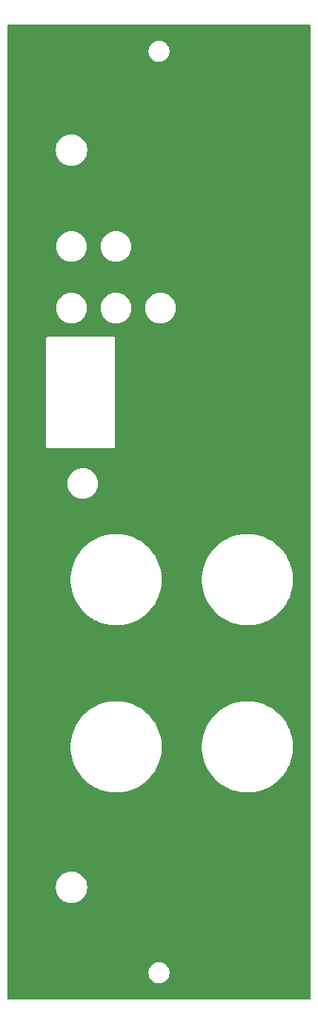
<source format=gbr>
%TF.GenerationSoftware,KiCad,Pcbnew,9.0.6-9.0.6~ubuntu24.04.1*%
%TF.CreationDate,2025-11-23T10:50:39+01:00*%
%TF.ProjectId,EEZ DIB DCP405plus front mask,45455a20-4449-4422-9044-435034303570,r4B2*%
%TF.SameCoordinates,Original*%
%TF.FileFunction,Copper,L2,Bot*%
%TF.FilePolarity,Positive*%
%FSLAX46Y46*%
G04 Gerber Fmt 4.6, Leading zero omitted, Abs format (unit mm)*
G04 Created by KiCad (PCBNEW 9.0.6-9.0.6~ubuntu24.04.1) date 2025-11-23 10:50:39*
%MOMM*%
%LPD*%
G01*
G04 APERTURE LIST*
G04 APERTURE END LIST*
%TA.AperFunction,NonConductor*%
G36*
X175242539Y-38720185D02*
G01*
X175288294Y-38772989D01*
X175299500Y-38824500D01*
X175299500Y-149675500D01*
X175279815Y-149742539D01*
X175227011Y-149788294D01*
X175175500Y-149799500D01*
X140824500Y-149799500D01*
X140757461Y-149779815D01*
X140711706Y-149727011D01*
X140700500Y-149675500D01*
X140700500Y-146655513D01*
X156799500Y-146655513D01*
X156799500Y-146844486D01*
X156829059Y-147031118D01*
X156887454Y-147210836D01*
X156967545Y-147368022D01*
X156973240Y-147379199D01*
X157084310Y-147532073D01*
X157217927Y-147665690D01*
X157370801Y-147776760D01*
X157450347Y-147817290D01*
X157539163Y-147862545D01*
X157539165Y-147862545D01*
X157539168Y-147862547D01*
X157635497Y-147893846D01*
X157718881Y-147920940D01*
X157905514Y-147950500D01*
X157905519Y-147950500D01*
X158094486Y-147950500D01*
X158281118Y-147920940D01*
X158460832Y-147862547D01*
X158629199Y-147776760D01*
X158782073Y-147665690D01*
X158915690Y-147532073D01*
X159026760Y-147379199D01*
X159112547Y-147210832D01*
X159170940Y-147031118D01*
X159178706Y-146982083D01*
X159200500Y-146844486D01*
X159200500Y-146655513D01*
X159170940Y-146468881D01*
X159112545Y-146289163D01*
X159026759Y-146120800D01*
X158915690Y-145967927D01*
X158782073Y-145834310D01*
X158629199Y-145723240D01*
X158460836Y-145637454D01*
X158281118Y-145579059D01*
X158094486Y-145549500D01*
X158094481Y-145549500D01*
X157905519Y-145549500D01*
X157905514Y-145549500D01*
X157718881Y-145579059D01*
X157539163Y-145637454D01*
X157370800Y-145723240D01*
X157283579Y-145786610D01*
X157217927Y-145834310D01*
X157217925Y-145834312D01*
X157217924Y-145834312D01*
X157084312Y-145967924D01*
X157084312Y-145967925D01*
X157084310Y-145967927D01*
X157036610Y-146033579D01*
X156973240Y-146120800D01*
X156887454Y-146289163D01*
X156829059Y-146468881D01*
X156799500Y-146655513D01*
X140700500Y-146655513D01*
X140700500Y-136881995D01*
X146199500Y-136881995D01*
X146199500Y-137118004D01*
X146199501Y-137118020D01*
X146230306Y-137352010D01*
X146291394Y-137579993D01*
X146381714Y-137798045D01*
X146381719Y-137798056D01*
X146452677Y-137920957D01*
X146499727Y-138002450D01*
X146499729Y-138002453D01*
X146499730Y-138002454D01*
X146643406Y-138189697D01*
X146643412Y-138189704D01*
X146810295Y-138356587D01*
X146810302Y-138356593D01*
X146860598Y-138395186D01*
X146997550Y-138500273D01*
X147128918Y-138576118D01*
X147201943Y-138618280D01*
X147201948Y-138618282D01*
X147201951Y-138618284D01*
X147420007Y-138708606D01*
X147647986Y-138769693D01*
X147881989Y-138800500D01*
X147881996Y-138800500D01*
X148118004Y-138800500D01*
X148118011Y-138800500D01*
X148352014Y-138769693D01*
X148579993Y-138708606D01*
X148798049Y-138618284D01*
X149002450Y-138500273D01*
X149189699Y-138356592D01*
X149356592Y-138189699D01*
X149500273Y-138002450D01*
X149618284Y-137798049D01*
X149708606Y-137579993D01*
X149769693Y-137352014D01*
X149800500Y-137118011D01*
X149800500Y-136881989D01*
X149769693Y-136647986D01*
X149708606Y-136420007D01*
X149618284Y-136201951D01*
X149618282Y-136201948D01*
X149618280Y-136201943D01*
X149554282Y-136091097D01*
X149500273Y-135997550D01*
X149356592Y-135810301D01*
X149356587Y-135810295D01*
X149189704Y-135643412D01*
X149189697Y-135643406D01*
X149002454Y-135499730D01*
X149002453Y-135499729D01*
X149002450Y-135499727D01*
X148920957Y-135452677D01*
X148798056Y-135381719D01*
X148798045Y-135381714D01*
X148579993Y-135291394D01*
X148352010Y-135230306D01*
X148118020Y-135199501D01*
X148118017Y-135199500D01*
X148118011Y-135199500D01*
X147881989Y-135199500D01*
X147881983Y-135199500D01*
X147881979Y-135199501D01*
X147647989Y-135230306D01*
X147420006Y-135291394D01*
X147201954Y-135381714D01*
X147201943Y-135381719D01*
X146997545Y-135499730D01*
X146810302Y-135643406D01*
X146810295Y-135643412D01*
X146643412Y-135810295D01*
X146643406Y-135810302D01*
X146499730Y-135997545D01*
X146381719Y-136201943D01*
X146381714Y-136201954D01*
X146291394Y-136420006D01*
X146230306Y-136647989D01*
X146199501Y-136881979D01*
X146199500Y-136881995D01*
X140700500Y-136881995D01*
X140700500Y-120772937D01*
X147899500Y-120772937D01*
X147899500Y-121227062D01*
X147939079Y-121679450D01*
X148017935Y-122126660D01*
X148017938Y-122126673D01*
X148135466Y-122565299D01*
X148135469Y-122565309D01*
X148135470Y-122565310D01*
X148290788Y-122992041D01*
X148290791Y-122992048D01*
X148290792Y-122992050D01*
X148482701Y-123403602D01*
X148482706Y-123403611D01*
X148709765Y-123796888D01*
X148709769Y-123796894D01*
X148709776Y-123796905D01*
X148970236Y-124168881D01*
X149032006Y-124242495D01*
X149262137Y-124516754D01*
X149583246Y-124837863D01*
X149727888Y-124959232D01*
X149931118Y-125129763D01*
X150303094Y-125390223D01*
X150303101Y-125390227D01*
X150303112Y-125390235D01*
X150627230Y-125577365D01*
X150696382Y-125617290D01*
X150696397Y-125617298D01*
X150843157Y-125685733D01*
X151107959Y-125809212D01*
X151534690Y-125964530D01*
X151534696Y-125964531D01*
X151534700Y-125964533D01*
X151654151Y-125996539D01*
X151973334Y-126082064D01*
X152420552Y-126160921D01*
X152872939Y-126200499D01*
X152872940Y-126200500D01*
X152872941Y-126200500D01*
X153327060Y-126200500D01*
X153327060Y-126200499D01*
X153779448Y-126160921D01*
X154226666Y-126082064D01*
X154665310Y-125964530D01*
X155092041Y-125809212D01*
X155503611Y-125617294D01*
X155896888Y-125390235D01*
X156268880Y-125129764D01*
X156616754Y-124837863D01*
X156937863Y-124516754D01*
X157229764Y-124168880D01*
X157490235Y-123796888D01*
X157717294Y-123403611D01*
X157909212Y-122992041D01*
X158064530Y-122565310D01*
X158182064Y-122126666D01*
X158260921Y-121679448D01*
X158300500Y-121227059D01*
X158300500Y-120772941D01*
X158300500Y-120772937D01*
X162899500Y-120772937D01*
X162899500Y-121227062D01*
X162939079Y-121679450D01*
X163017935Y-122126660D01*
X163017938Y-122126673D01*
X163135466Y-122565299D01*
X163135469Y-122565309D01*
X163135470Y-122565310D01*
X163290788Y-122992041D01*
X163290791Y-122992048D01*
X163290792Y-122992050D01*
X163482701Y-123403602D01*
X163482706Y-123403611D01*
X163709765Y-123796888D01*
X163709769Y-123796894D01*
X163709776Y-123796905D01*
X163970236Y-124168881D01*
X164032006Y-124242495D01*
X164262137Y-124516754D01*
X164583246Y-124837863D01*
X164727888Y-124959232D01*
X164931118Y-125129763D01*
X165303094Y-125390223D01*
X165303101Y-125390227D01*
X165303112Y-125390235D01*
X165627230Y-125577365D01*
X165696382Y-125617290D01*
X165696397Y-125617298D01*
X165843157Y-125685733D01*
X166107959Y-125809212D01*
X166534690Y-125964530D01*
X166534696Y-125964531D01*
X166534700Y-125964533D01*
X166654151Y-125996539D01*
X166973334Y-126082064D01*
X167420552Y-126160921D01*
X167872939Y-126200499D01*
X167872940Y-126200500D01*
X167872941Y-126200500D01*
X168327060Y-126200500D01*
X168327060Y-126200499D01*
X168779448Y-126160921D01*
X169226666Y-126082064D01*
X169665310Y-125964530D01*
X170092041Y-125809212D01*
X170503611Y-125617294D01*
X170896888Y-125390235D01*
X171268880Y-125129764D01*
X171616754Y-124837863D01*
X171937863Y-124516754D01*
X172229764Y-124168880D01*
X172490235Y-123796888D01*
X172717294Y-123403611D01*
X172909212Y-122992041D01*
X173064530Y-122565310D01*
X173182064Y-122126666D01*
X173260921Y-121679448D01*
X173300500Y-121227059D01*
X173300500Y-120772941D01*
X173260921Y-120320552D01*
X173182064Y-119873334D01*
X173064530Y-119434690D01*
X172909212Y-119007959D01*
X172717294Y-118596389D01*
X172490235Y-118203112D01*
X172490227Y-118203101D01*
X172490223Y-118203094D01*
X172229763Y-117831118D01*
X171937860Y-117483243D01*
X171616756Y-117162139D01*
X171268881Y-116870236D01*
X170896905Y-116609776D01*
X170896894Y-116609769D01*
X170896888Y-116609765D01*
X170780043Y-116542304D01*
X170503617Y-116382709D01*
X170503602Y-116382701D01*
X170092050Y-116190792D01*
X170092048Y-116190791D01*
X170092041Y-116190788D01*
X169665310Y-116035470D01*
X169665309Y-116035469D01*
X169665299Y-116035466D01*
X169226673Y-115917938D01*
X169226676Y-115917938D01*
X169226666Y-115917936D01*
X169163527Y-115906802D01*
X168779450Y-115839079D01*
X168327062Y-115799500D01*
X168327059Y-115799500D01*
X167872941Y-115799500D01*
X167872937Y-115799500D01*
X167420549Y-115839079D01*
X166973339Y-115917935D01*
X166973336Y-115917935D01*
X166973334Y-115917936D01*
X166973329Y-115917937D01*
X166973326Y-115917938D01*
X166534700Y-116035466D01*
X166321324Y-116113129D01*
X166107959Y-116190788D01*
X166107955Y-116190789D01*
X166107949Y-116190792D01*
X165696397Y-116382701D01*
X165696382Y-116382709D01*
X165303120Y-116609760D01*
X165303094Y-116609776D01*
X164931118Y-116870236D01*
X164583243Y-117162139D01*
X164262139Y-117483243D01*
X163970236Y-117831118D01*
X163709776Y-118203094D01*
X163709760Y-118203120D01*
X163482709Y-118596382D01*
X163482701Y-118596397D01*
X163290792Y-119007949D01*
X163135466Y-119434700D01*
X163017938Y-119873326D01*
X163017935Y-119873339D01*
X162939079Y-120320549D01*
X162899500Y-120772937D01*
X158300500Y-120772937D01*
X158260921Y-120320552D01*
X158182064Y-119873334D01*
X158064530Y-119434690D01*
X157909212Y-119007959D01*
X157717294Y-118596389D01*
X157490235Y-118203112D01*
X157490227Y-118203101D01*
X157490223Y-118203094D01*
X157229763Y-117831118D01*
X156937860Y-117483243D01*
X156616756Y-117162139D01*
X156268881Y-116870236D01*
X155896905Y-116609776D01*
X155896894Y-116609769D01*
X155896888Y-116609765D01*
X155780043Y-116542304D01*
X155503617Y-116382709D01*
X155503602Y-116382701D01*
X155092050Y-116190792D01*
X155092048Y-116190791D01*
X155092041Y-116190788D01*
X154665310Y-116035470D01*
X154665309Y-116035469D01*
X154665299Y-116035466D01*
X154226673Y-115917938D01*
X154226676Y-115917938D01*
X154226666Y-115917936D01*
X154163527Y-115906802D01*
X153779450Y-115839079D01*
X153327062Y-115799500D01*
X153327059Y-115799500D01*
X152872941Y-115799500D01*
X152872937Y-115799500D01*
X152420549Y-115839079D01*
X151973339Y-115917935D01*
X151973336Y-115917935D01*
X151973334Y-115917936D01*
X151973329Y-115917937D01*
X151973326Y-115917938D01*
X151534700Y-116035466D01*
X151321324Y-116113129D01*
X151107959Y-116190788D01*
X151107955Y-116190789D01*
X151107949Y-116190792D01*
X150696397Y-116382701D01*
X150696382Y-116382709D01*
X150303120Y-116609760D01*
X150303094Y-116609776D01*
X149931118Y-116870236D01*
X149583243Y-117162139D01*
X149262139Y-117483243D01*
X148970236Y-117831118D01*
X148709776Y-118203094D01*
X148709760Y-118203120D01*
X148482709Y-118596382D01*
X148482701Y-118596397D01*
X148290792Y-119007949D01*
X148135466Y-119434700D01*
X148017938Y-119873326D01*
X148017935Y-119873339D01*
X147939079Y-120320549D01*
X147899500Y-120772937D01*
X140700500Y-120772937D01*
X140700500Y-101722937D01*
X147899500Y-101722937D01*
X147899500Y-102177062D01*
X147939079Y-102629450D01*
X148017935Y-103076660D01*
X148017938Y-103076673D01*
X148135466Y-103515299D01*
X148135469Y-103515309D01*
X148135470Y-103515310D01*
X148290788Y-103942041D01*
X148290791Y-103942048D01*
X148290792Y-103942050D01*
X148482701Y-104353602D01*
X148482706Y-104353611D01*
X148709765Y-104746888D01*
X148709769Y-104746894D01*
X148709776Y-104746905D01*
X148970236Y-105118881D01*
X149032006Y-105192495D01*
X149262137Y-105466754D01*
X149583246Y-105787863D01*
X149727888Y-105909232D01*
X149931118Y-106079763D01*
X150303094Y-106340223D01*
X150303101Y-106340227D01*
X150303112Y-106340235D01*
X150627230Y-106527365D01*
X150696382Y-106567290D01*
X150696397Y-106567298D01*
X150843157Y-106635733D01*
X151107959Y-106759212D01*
X151534690Y-106914530D01*
X151534696Y-106914531D01*
X151534700Y-106914533D01*
X151654151Y-106946539D01*
X151973334Y-107032064D01*
X152420552Y-107110921D01*
X152872939Y-107150499D01*
X152872940Y-107150500D01*
X152872941Y-107150500D01*
X153327060Y-107150500D01*
X153327060Y-107150499D01*
X153779448Y-107110921D01*
X154226666Y-107032064D01*
X154665310Y-106914530D01*
X155092041Y-106759212D01*
X155503611Y-106567294D01*
X155896888Y-106340235D01*
X156268880Y-106079764D01*
X156616754Y-105787863D01*
X156937863Y-105466754D01*
X157229764Y-105118880D01*
X157490235Y-104746888D01*
X157717294Y-104353611D01*
X157909212Y-103942041D01*
X158064530Y-103515310D01*
X158182064Y-103076666D01*
X158260921Y-102629448D01*
X158300500Y-102177059D01*
X158300500Y-101722941D01*
X158300500Y-101722937D01*
X162899500Y-101722937D01*
X162899500Y-102177062D01*
X162939079Y-102629450D01*
X163017935Y-103076660D01*
X163017938Y-103076673D01*
X163135466Y-103515299D01*
X163135469Y-103515309D01*
X163135470Y-103515310D01*
X163290788Y-103942041D01*
X163290791Y-103942048D01*
X163290792Y-103942050D01*
X163482701Y-104353602D01*
X163482706Y-104353611D01*
X163709765Y-104746888D01*
X163709769Y-104746894D01*
X163709776Y-104746905D01*
X163970236Y-105118881D01*
X164032006Y-105192495D01*
X164262137Y-105466754D01*
X164583246Y-105787863D01*
X164727888Y-105909232D01*
X164931118Y-106079763D01*
X165303094Y-106340223D01*
X165303101Y-106340227D01*
X165303112Y-106340235D01*
X165627230Y-106527365D01*
X165696382Y-106567290D01*
X165696397Y-106567298D01*
X165843157Y-106635733D01*
X166107959Y-106759212D01*
X166534690Y-106914530D01*
X166534696Y-106914531D01*
X166534700Y-106914533D01*
X166654151Y-106946539D01*
X166973334Y-107032064D01*
X167420552Y-107110921D01*
X167872939Y-107150499D01*
X167872940Y-107150500D01*
X167872941Y-107150500D01*
X168327060Y-107150500D01*
X168327060Y-107150499D01*
X168779448Y-107110921D01*
X169226666Y-107032064D01*
X169665310Y-106914530D01*
X170092041Y-106759212D01*
X170503611Y-106567294D01*
X170896888Y-106340235D01*
X171268880Y-106079764D01*
X171616754Y-105787863D01*
X171937863Y-105466754D01*
X172229764Y-105118880D01*
X172490235Y-104746888D01*
X172717294Y-104353611D01*
X172909212Y-103942041D01*
X173064530Y-103515310D01*
X173182064Y-103076666D01*
X173260921Y-102629448D01*
X173300500Y-102177059D01*
X173300500Y-101722941D01*
X173260921Y-101270552D01*
X173182064Y-100823334D01*
X173064530Y-100384690D01*
X172909212Y-99957959D01*
X172717294Y-99546389D01*
X172490235Y-99153112D01*
X172490227Y-99153101D01*
X172490223Y-99153094D01*
X172229763Y-98781118D01*
X171937860Y-98433243D01*
X171616756Y-98112139D01*
X171268881Y-97820236D01*
X170896905Y-97559776D01*
X170896894Y-97559769D01*
X170896888Y-97559765D01*
X170780043Y-97492304D01*
X170503617Y-97332709D01*
X170503602Y-97332701D01*
X170092050Y-97140792D01*
X170092048Y-97140791D01*
X170092041Y-97140788D01*
X169665310Y-96985470D01*
X169665309Y-96985469D01*
X169665299Y-96985466D01*
X169226673Y-96867938D01*
X169226676Y-96867938D01*
X169226666Y-96867936D01*
X169163527Y-96856802D01*
X168779450Y-96789079D01*
X168327062Y-96749500D01*
X168327059Y-96749500D01*
X167872941Y-96749500D01*
X167872937Y-96749500D01*
X167420549Y-96789079D01*
X166973339Y-96867935D01*
X166973336Y-96867935D01*
X166973334Y-96867936D01*
X166973329Y-96867937D01*
X166973326Y-96867938D01*
X166534700Y-96985466D01*
X166321324Y-97063129D01*
X166107959Y-97140788D01*
X166107955Y-97140789D01*
X166107949Y-97140792D01*
X165696397Y-97332701D01*
X165696382Y-97332709D01*
X165303120Y-97559760D01*
X165303094Y-97559776D01*
X164931118Y-97820236D01*
X164583243Y-98112139D01*
X164262139Y-98433243D01*
X163970236Y-98781118D01*
X163709776Y-99153094D01*
X163709760Y-99153120D01*
X163482709Y-99546382D01*
X163482701Y-99546397D01*
X163290792Y-99957949D01*
X163135466Y-100384700D01*
X163017938Y-100823326D01*
X163017935Y-100823339D01*
X162939079Y-101270549D01*
X162899500Y-101722937D01*
X158300500Y-101722937D01*
X158260921Y-101270552D01*
X158182064Y-100823334D01*
X158064530Y-100384690D01*
X157909212Y-99957959D01*
X157717294Y-99546389D01*
X157490235Y-99153112D01*
X157490227Y-99153101D01*
X157490223Y-99153094D01*
X157229763Y-98781118D01*
X156937860Y-98433243D01*
X156616756Y-98112139D01*
X156268881Y-97820236D01*
X155896905Y-97559776D01*
X155896894Y-97559769D01*
X155896888Y-97559765D01*
X155780043Y-97492304D01*
X155503617Y-97332709D01*
X155503602Y-97332701D01*
X155092050Y-97140792D01*
X155092048Y-97140791D01*
X155092041Y-97140788D01*
X154665310Y-96985470D01*
X154665309Y-96985469D01*
X154665299Y-96985466D01*
X154226673Y-96867938D01*
X154226676Y-96867938D01*
X154226666Y-96867936D01*
X154163527Y-96856802D01*
X153779450Y-96789079D01*
X153327062Y-96749500D01*
X153327059Y-96749500D01*
X152872941Y-96749500D01*
X152872937Y-96749500D01*
X152420549Y-96789079D01*
X151973339Y-96867935D01*
X151973336Y-96867935D01*
X151973334Y-96867936D01*
X151973329Y-96867937D01*
X151973326Y-96867938D01*
X151534700Y-96985466D01*
X151321324Y-97063129D01*
X151107959Y-97140788D01*
X151107955Y-97140789D01*
X151107949Y-97140792D01*
X150696397Y-97332701D01*
X150696382Y-97332709D01*
X150303120Y-97559760D01*
X150303094Y-97559776D01*
X149931118Y-97820236D01*
X149583243Y-98112139D01*
X149262139Y-98433243D01*
X148970236Y-98781118D01*
X148709776Y-99153094D01*
X148709760Y-99153120D01*
X148482709Y-99546382D01*
X148482701Y-99546397D01*
X148290792Y-99957949D01*
X148135466Y-100384700D01*
X148017938Y-100823326D01*
X148017935Y-100823339D01*
X147939079Y-101270549D01*
X147899500Y-101722937D01*
X140700500Y-101722937D01*
X140700500Y-90885258D01*
X147549500Y-90885258D01*
X147549500Y-91114741D01*
X147574446Y-91304215D01*
X147579452Y-91342238D01*
X147579453Y-91342240D01*
X147638842Y-91563887D01*
X147726650Y-91775876D01*
X147726657Y-91775890D01*
X147841392Y-91974617D01*
X147981081Y-92156661D01*
X147981089Y-92156670D01*
X148143330Y-92318911D01*
X148143338Y-92318918D01*
X148325382Y-92458607D01*
X148325385Y-92458608D01*
X148325388Y-92458611D01*
X148524112Y-92573344D01*
X148524117Y-92573346D01*
X148524123Y-92573349D01*
X148615480Y-92611190D01*
X148736113Y-92661158D01*
X148957762Y-92720548D01*
X149185266Y-92750500D01*
X149185273Y-92750500D01*
X149414727Y-92750500D01*
X149414734Y-92750500D01*
X149642238Y-92720548D01*
X149863887Y-92661158D01*
X150075888Y-92573344D01*
X150274612Y-92458611D01*
X150456661Y-92318919D01*
X150456665Y-92318914D01*
X150456670Y-92318911D01*
X150618911Y-92156670D01*
X150618914Y-92156665D01*
X150618919Y-92156661D01*
X150758611Y-91974612D01*
X150873344Y-91775888D01*
X150961158Y-91563887D01*
X151020548Y-91342238D01*
X151050500Y-91114734D01*
X151050500Y-90885266D01*
X151020548Y-90657762D01*
X150961158Y-90436113D01*
X150911190Y-90315480D01*
X150873349Y-90224123D01*
X150873346Y-90224117D01*
X150873344Y-90224112D01*
X150758611Y-90025388D01*
X150758608Y-90025385D01*
X150758607Y-90025382D01*
X150657764Y-89893962D01*
X150618919Y-89843339D01*
X150618918Y-89843338D01*
X150618911Y-89843330D01*
X150456670Y-89681089D01*
X150456661Y-89681081D01*
X150274617Y-89541392D01*
X150075890Y-89426657D01*
X150075876Y-89426650D01*
X149863887Y-89338842D01*
X149642238Y-89279452D01*
X149604215Y-89274446D01*
X149414741Y-89249500D01*
X149414734Y-89249500D01*
X149185266Y-89249500D01*
X149185258Y-89249500D01*
X148968715Y-89278009D01*
X148957762Y-89279452D01*
X148864076Y-89304554D01*
X148736112Y-89338842D01*
X148524123Y-89426650D01*
X148524109Y-89426657D01*
X148325382Y-89541392D01*
X148143338Y-89681081D01*
X147981081Y-89843338D01*
X147841392Y-90025382D01*
X147726657Y-90224109D01*
X147726650Y-90224123D01*
X147638842Y-90436112D01*
X147579453Y-90657759D01*
X147579451Y-90657770D01*
X147549500Y-90885258D01*
X140700500Y-90885258D01*
X140700500Y-74460116D01*
X145099500Y-74460116D01*
X145099500Y-74460118D01*
X145099500Y-86839882D01*
X145130024Y-86913574D01*
X145186426Y-86969976D01*
X145260118Y-87000500D01*
X145260120Y-87000500D01*
X152839880Y-87000500D01*
X152839882Y-87000500D01*
X152913574Y-86969976D01*
X152969976Y-86913574D01*
X153000500Y-86839882D01*
X153000500Y-74460118D01*
X152969976Y-74386426D01*
X152913574Y-74330024D01*
X152839883Y-74299500D01*
X152839882Y-74299500D01*
X145339882Y-74299500D01*
X145260118Y-74299500D01*
X145260116Y-74299500D01*
X145186425Y-74330024D01*
X145130024Y-74386425D01*
X145099500Y-74460116D01*
X140700500Y-74460116D01*
X140700500Y-70885258D01*
X146249500Y-70885258D01*
X146249500Y-71114741D01*
X146274446Y-71304215D01*
X146279452Y-71342238D01*
X146279453Y-71342240D01*
X146338842Y-71563887D01*
X146426650Y-71775876D01*
X146426657Y-71775890D01*
X146541392Y-71974617D01*
X146681081Y-72156661D01*
X146681089Y-72156670D01*
X146843330Y-72318911D01*
X146843338Y-72318918D01*
X147025382Y-72458607D01*
X147025385Y-72458608D01*
X147025388Y-72458611D01*
X147224112Y-72573344D01*
X147224117Y-72573346D01*
X147224123Y-72573349D01*
X147315480Y-72611190D01*
X147436113Y-72661158D01*
X147657762Y-72720548D01*
X147885266Y-72750500D01*
X147885273Y-72750500D01*
X148114727Y-72750500D01*
X148114734Y-72750500D01*
X148342238Y-72720548D01*
X148563887Y-72661158D01*
X148775888Y-72573344D01*
X148974612Y-72458611D01*
X149156661Y-72318919D01*
X149156665Y-72318914D01*
X149156670Y-72318911D01*
X149318911Y-72156670D01*
X149318914Y-72156665D01*
X149318919Y-72156661D01*
X149458611Y-71974612D01*
X149573344Y-71775888D01*
X149661158Y-71563887D01*
X149720548Y-71342238D01*
X149750500Y-71114734D01*
X149750500Y-70885266D01*
X149750499Y-70885258D01*
X151329500Y-70885258D01*
X151329500Y-71114741D01*
X151354446Y-71304215D01*
X151359452Y-71342238D01*
X151359453Y-71342240D01*
X151418842Y-71563887D01*
X151506650Y-71775876D01*
X151506657Y-71775890D01*
X151621392Y-71974617D01*
X151761081Y-72156661D01*
X151761089Y-72156670D01*
X151923330Y-72318911D01*
X151923338Y-72318918D01*
X152105382Y-72458607D01*
X152105385Y-72458608D01*
X152105388Y-72458611D01*
X152304112Y-72573344D01*
X152304117Y-72573346D01*
X152304123Y-72573349D01*
X152395480Y-72611190D01*
X152516113Y-72661158D01*
X152737762Y-72720548D01*
X152965266Y-72750500D01*
X152965273Y-72750500D01*
X153194727Y-72750500D01*
X153194734Y-72750500D01*
X153422238Y-72720548D01*
X153643887Y-72661158D01*
X153855888Y-72573344D01*
X154054612Y-72458611D01*
X154236661Y-72318919D01*
X154236665Y-72318914D01*
X154236670Y-72318911D01*
X154398911Y-72156670D01*
X154398914Y-72156665D01*
X154398919Y-72156661D01*
X154538611Y-71974612D01*
X154653344Y-71775888D01*
X154741158Y-71563887D01*
X154800548Y-71342238D01*
X154830500Y-71114734D01*
X154830500Y-70885266D01*
X154830499Y-70885258D01*
X156409500Y-70885258D01*
X156409500Y-71114741D01*
X156434446Y-71304215D01*
X156439452Y-71342238D01*
X156439453Y-71342240D01*
X156498842Y-71563887D01*
X156586650Y-71775876D01*
X156586657Y-71775890D01*
X156701392Y-71974617D01*
X156841081Y-72156661D01*
X156841089Y-72156670D01*
X157003330Y-72318911D01*
X157003338Y-72318918D01*
X157185382Y-72458607D01*
X157185385Y-72458608D01*
X157185388Y-72458611D01*
X157384112Y-72573344D01*
X157384117Y-72573346D01*
X157384123Y-72573349D01*
X157475480Y-72611190D01*
X157596113Y-72661158D01*
X157817762Y-72720548D01*
X158045266Y-72750500D01*
X158045273Y-72750500D01*
X158274727Y-72750500D01*
X158274734Y-72750500D01*
X158502238Y-72720548D01*
X158723887Y-72661158D01*
X158935888Y-72573344D01*
X159134612Y-72458611D01*
X159316661Y-72318919D01*
X159316665Y-72318914D01*
X159316670Y-72318911D01*
X159478911Y-72156670D01*
X159478914Y-72156665D01*
X159478919Y-72156661D01*
X159618611Y-71974612D01*
X159733344Y-71775888D01*
X159821158Y-71563887D01*
X159880548Y-71342238D01*
X159910500Y-71114734D01*
X159910500Y-70885266D01*
X159880548Y-70657762D01*
X159821158Y-70436113D01*
X159771190Y-70315480D01*
X159733349Y-70224123D01*
X159733346Y-70224117D01*
X159733344Y-70224112D01*
X159618611Y-70025388D01*
X159618608Y-70025385D01*
X159618607Y-70025382D01*
X159517764Y-69893962D01*
X159478919Y-69843339D01*
X159478918Y-69843338D01*
X159478911Y-69843330D01*
X159316670Y-69681089D01*
X159316661Y-69681081D01*
X159134617Y-69541392D01*
X158935890Y-69426657D01*
X158935876Y-69426650D01*
X158723887Y-69338842D01*
X158502238Y-69279452D01*
X158464215Y-69274446D01*
X158274741Y-69249500D01*
X158274734Y-69249500D01*
X158045266Y-69249500D01*
X158045258Y-69249500D01*
X157828715Y-69278009D01*
X157817762Y-69279452D01*
X157724076Y-69304554D01*
X157596112Y-69338842D01*
X157384123Y-69426650D01*
X157384109Y-69426657D01*
X157185382Y-69541392D01*
X157003338Y-69681081D01*
X156841081Y-69843338D01*
X156701392Y-70025382D01*
X156586657Y-70224109D01*
X156586650Y-70224123D01*
X156498842Y-70436112D01*
X156439453Y-70657759D01*
X156439451Y-70657770D01*
X156409500Y-70885258D01*
X154830499Y-70885258D01*
X154800548Y-70657762D01*
X154741158Y-70436113D01*
X154691190Y-70315480D01*
X154653349Y-70224123D01*
X154653346Y-70224117D01*
X154653344Y-70224112D01*
X154538611Y-70025388D01*
X154538608Y-70025385D01*
X154538607Y-70025382D01*
X154437764Y-69893962D01*
X154398919Y-69843339D01*
X154398918Y-69843338D01*
X154398911Y-69843330D01*
X154236670Y-69681089D01*
X154236661Y-69681081D01*
X154054617Y-69541392D01*
X153855890Y-69426657D01*
X153855876Y-69426650D01*
X153643887Y-69338842D01*
X153422238Y-69279452D01*
X153384215Y-69274446D01*
X153194741Y-69249500D01*
X153194734Y-69249500D01*
X152965266Y-69249500D01*
X152965258Y-69249500D01*
X152748715Y-69278009D01*
X152737762Y-69279452D01*
X152644076Y-69304554D01*
X152516112Y-69338842D01*
X152304123Y-69426650D01*
X152304109Y-69426657D01*
X152105382Y-69541392D01*
X151923338Y-69681081D01*
X151761081Y-69843338D01*
X151621392Y-70025382D01*
X151506657Y-70224109D01*
X151506650Y-70224123D01*
X151418842Y-70436112D01*
X151359453Y-70657759D01*
X151359451Y-70657770D01*
X151329500Y-70885258D01*
X149750499Y-70885258D01*
X149720548Y-70657762D01*
X149661158Y-70436113D01*
X149611190Y-70315480D01*
X149573349Y-70224123D01*
X149573346Y-70224117D01*
X149573344Y-70224112D01*
X149458611Y-70025388D01*
X149458608Y-70025385D01*
X149458607Y-70025382D01*
X149357764Y-69893962D01*
X149318919Y-69843339D01*
X149318918Y-69843338D01*
X149318911Y-69843330D01*
X149156670Y-69681089D01*
X149156661Y-69681081D01*
X148974617Y-69541392D01*
X148775890Y-69426657D01*
X148775876Y-69426650D01*
X148563887Y-69338842D01*
X148342238Y-69279452D01*
X148304215Y-69274446D01*
X148114741Y-69249500D01*
X148114734Y-69249500D01*
X147885266Y-69249500D01*
X147885258Y-69249500D01*
X147668715Y-69278009D01*
X147657762Y-69279452D01*
X147564076Y-69304554D01*
X147436112Y-69338842D01*
X147224123Y-69426650D01*
X147224109Y-69426657D01*
X147025382Y-69541392D01*
X146843338Y-69681081D01*
X146681081Y-69843338D01*
X146541392Y-70025382D01*
X146426657Y-70224109D01*
X146426650Y-70224123D01*
X146338842Y-70436112D01*
X146279453Y-70657759D01*
X146279451Y-70657770D01*
X146249500Y-70885258D01*
X140700500Y-70885258D01*
X140700500Y-63885258D01*
X146249500Y-63885258D01*
X146249500Y-64114741D01*
X146274446Y-64304215D01*
X146279452Y-64342238D01*
X146279453Y-64342240D01*
X146338842Y-64563887D01*
X146426650Y-64775876D01*
X146426657Y-64775890D01*
X146541392Y-64974617D01*
X146681081Y-65156661D01*
X146681089Y-65156670D01*
X146843330Y-65318911D01*
X146843338Y-65318918D01*
X147025382Y-65458607D01*
X147025385Y-65458608D01*
X147025388Y-65458611D01*
X147224112Y-65573344D01*
X147224117Y-65573346D01*
X147224123Y-65573349D01*
X147315480Y-65611190D01*
X147436113Y-65661158D01*
X147657762Y-65720548D01*
X147885266Y-65750500D01*
X147885273Y-65750500D01*
X148114727Y-65750500D01*
X148114734Y-65750500D01*
X148342238Y-65720548D01*
X148563887Y-65661158D01*
X148775888Y-65573344D01*
X148974612Y-65458611D01*
X149156661Y-65318919D01*
X149156665Y-65318914D01*
X149156670Y-65318911D01*
X149318911Y-65156670D01*
X149318914Y-65156665D01*
X149318919Y-65156661D01*
X149458611Y-64974612D01*
X149573344Y-64775888D01*
X149661158Y-64563887D01*
X149720548Y-64342238D01*
X149750500Y-64114734D01*
X149750500Y-63885266D01*
X149750499Y-63885258D01*
X151329500Y-63885258D01*
X151329500Y-64114741D01*
X151354446Y-64304215D01*
X151359452Y-64342238D01*
X151359453Y-64342240D01*
X151418842Y-64563887D01*
X151506650Y-64775876D01*
X151506657Y-64775890D01*
X151621392Y-64974617D01*
X151761081Y-65156661D01*
X151761089Y-65156670D01*
X151923330Y-65318911D01*
X151923338Y-65318918D01*
X152105382Y-65458607D01*
X152105385Y-65458608D01*
X152105388Y-65458611D01*
X152304112Y-65573344D01*
X152304117Y-65573346D01*
X152304123Y-65573349D01*
X152395480Y-65611190D01*
X152516113Y-65661158D01*
X152737762Y-65720548D01*
X152965266Y-65750500D01*
X152965273Y-65750500D01*
X153194727Y-65750500D01*
X153194734Y-65750500D01*
X153422238Y-65720548D01*
X153643887Y-65661158D01*
X153855888Y-65573344D01*
X154054612Y-65458611D01*
X154236661Y-65318919D01*
X154236665Y-65318914D01*
X154236670Y-65318911D01*
X154398911Y-65156670D01*
X154398914Y-65156665D01*
X154398919Y-65156661D01*
X154538611Y-64974612D01*
X154653344Y-64775888D01*
X154741158Y-64563887D01*
X154800548Y-64342238D01*
X154830500Y-64114734D01*
X154830500Y-63885266D01*
X154800548Y-63657762D01*
X154741158Y-63436113D01*
X154691190Y-63315480D01*
X154653349Y-63224123D01*
X154653346Y-63224117D01*
X154653344Y-63224112D01*
X154538611Y-63025388D01*
X154538608Y-63025385D01*
X154538607Y-63025382D01*
X154437764Y-62893962D01*
X154398919Y-62843339D01*
X154398918Y-62843338D01*
X154398911Y-62843330D01*
X154236670Y-62681089D01*
X154236661Y-62681081D01*
X154054617Y-62541392D01*
X153855890Y-62426657D01*
X153855876Y-62426650D01*
X153643887Y-62338842D01*
X153422238Y-62279452D01*
X153384215Y-62274446D01*
X153194741Y-62249500D01*
X153194734Y-62249500D01*
X152965266Y-62249500D01*
X152965258Y-62249500D01*
X152748715Y-62278009D01*
X152737762Y-62279452D01*
X152644076Y-62304554D01*
X152516112Y-62338842D01*
X152304123Y-62426650D01*
X152304109Y-62426657D01*
X152105382Y-62541392D01*
X151923338Y-62681081D01*
X151761081Y-62843338D01*
X151621392Y-63025382D01*
X151506657Y-63224109D01*
X151506650Y-63224123D01*
X151418842Y-63436112D01*
X151359453Y-63657759D01*
X151359451Y-63657770D01*
X151329500Y-63885258D01*
X149750499Y-63885258D01*
X149720548Y-63657762D01*
X149661158Y-63436113D01*
X149611190Y-63315480D01*
X149573349Y-63224123D01*
X149573346Y-63224117D01*
X149573344Y-63224112D01*
X149458611Y-63025388D01*
X149458608Y-63025385D01*
X149458607Y-63025382D01*
X149357764Y-62893962D01*
X149318919Y-62843339D01*
X149318918Y-62843338D01*
X149318911Y-62843330D01*
X149156670Y-62681089D01*
X149156661Y-62681081D01*
X148974617Y-62541392D01*
X148775890Y-62426657D01*
X148775876Y-62426650D01*
X148563887Y-62338842D01*
X148342238Y-62279452D01*
X148304215Y-62274446D01*
X148114741Y-62249500D01*
X148114734Y-62249500D01*
X147885266Y-62249500D01*
X147885258Y-62249500D01*
X147668715Y-62278009D01*
X147657762Y-62279452D01*
X147564076Y-62304554D01*
X147436112Y-62338842D01*
X147224123Y-62426650D01*
X147224109Y-62426657D01*
X147025382Y-62541392D01*
X146843338Y-62681081D01*
X146681081Y-62843338D01*
X146541392Y-63025382D01*
X146426657Y-63224109D01*
X146426650Y-63224123D01*
X146338842Y-63436112D01*
X146279453Y-63657759D01*
X146279451Y-63657770D01*
X146249500Y-63885258D01*
X140700500Y-63885258D01*
X140700500Y-52881995D01*
X146199500Y-52881995D01*
X146199500Y-53118004D01*
X146199501Y-53118020D01*
X146230306Y-53352010D01*
X146291394Y-53579993D01*
X146381714Y-53798045D01*
X146381719Y-53798056D01*
X146452677Y-53920957D01*
X146499727Y-54002450D01*
X146499729Y-54002453D01*
X146499730Y-54002454D01*
X146643406Y-54189697D01*
X146643412Y-54189704D01*
X146810295Y-54356587D01*
X146810302Y-54356593D01*
X146860598Y-54395186D01*
X146997550Y-54500273D01*
X147128918Y-54576118D01*
X147201943Y-54618280D01*
X147201948Y-54618282D01*
X147201951Y-54618284D01*
X147420007Y-54708606D01*
X147647986Y-54769693D01*
X147881989Y-54800500D01*
X147881996Y-54800500D01*
X148118004Y-54800500D01*
X148118011Y-54800500D01*
X148352014Y-54769693D01*
X148579993Y-54708606D01*
X148798049Y-54618284D01*
X149002450Y-54500273D01*
X149189699Y-54356592D01*
X149356592Y-54189699D01*
X149500273Y-54002450D01*
X149618284Y-53798049D01*
X149708606Y-53579993D01*
X149769693Y-53352014D01*
X149800500Y-53118011D01*
X149800500Y-52881989D01*
X149769693Y-52647986D01*
X149708606Y-52420007D01*
X149618284Y-52201951D01*
X149618282Y-52201948D01*
X149618280Y-52201943D01*
X149554282Y-52091097D01*
X149500273Y-51997550D01*
X149356592Y-51810301D01*
X149356587Y-51810295D01*
X149189704Y-51643412D01*
X149189697Y-51643406D01*
X149002454Y-51499730D01*
X149002453Y-51499729D01*
X149002450Y-51499727D01*
X148920957Y-51452677D01*
X148798056Y-51381719D01*
X148798045Y-51381714D01*
X148579993Y-51291394D01*
X148352010Y-51230306D01*
X148118020Y-51199501D01*
X148118017Y-51199500D01*
X148118011Y-51199500D01*
X147881989Y-51199500D01*
X147881983Y-51199500D01*
X147881979Y-51199501D01*
X147647989Y-51230306D01*
X147420006Y-51291394D01*
X147201954Y-51381714D01*
X147201943Y-51381719D01*
X146997545Y-51499730D01*
X146810302Y-51643406D01*
X146810295Y-51643412D01*
X146643412Y-51810295D01*
X146643406Y-51810302D01*
X146499730Y-51997545D01*
X146381719Y-52201943D01*
X146381714Y-52201954D01*
X146291394Y-52420006D01*
X146230306Y-52647989D01*
X146199501Y-52881979D01*
X146199500Y-52881995D01*
X140700500Y-52881995D01*
X140700500Y-41655513D01*
X156799500Y-41655513D01*
X156799500Y-41844486D01*
X156829059Y-42031118D01*
X156887454Y-42210836D01*
X156967545Y-42368022D01*
X156973240Y-42379199D01*
X157084310Y-42532073D01*
X157217927Y-42665690D01*
X157370801Y-42776760D01*
X157450347Y-42817290D01*
X157539163Y-42862545D01*
X157539165Y-42862545D01*
X157539168Y-42862547D01*
X157635497Y-42893846D01*
X157718881Y-42920940D01*
X157905514Y-42950500D01*
X157905519Y-42950500D01*
X158094486Y-42950500D01*
X158281118Y-42920940D01*
X158460832Y-42862547D01*
X158629199Y-42776760D01*
X158782073Y-42665690D01*
X158915690Y-42532073D01*
X159026760Y-42379199D01*
X159112547Y-42210832D01*
X159170940Y-42031118D01*
X159178706Y-41982083D01*
X159200500Y-41844486D01*
X159200500Y-41655513D01*
X159170940Y-41468881D01*
X159112545Y-41289163D01*
X159026759Y-41120800D01*
X158915690Y-40967927D01*
X158782073Y-40834310D01*
X158629199Y-40723240D01*
X158460836Y-40637454D01*
X158281118Y-40579059D01*
X158094486Y-40549500D01*
X158094481Y-40549500D01*
X157905519Y-40549500D01*
X157905514Y-40549500D01*
X157718881Y-40579059D01*
X157539163Y-40637454D01*
X157370800Y-40723240D01*
X157283579Y-40786610D01*
X157217927Y-40834310D01*
X157217925Y-40834312D01*
X157217924Y-40834312D01*
X157084312Y-40967924D01*
X157084312Y-40967925D01*
X157084310Y-40967927D01*
X157036610Y-41033579D01*
X156973240Y-41120800D01*
X156887454Y-41289163D01*
X156829059Y-41468881D01*
X156799500Y-41655513D01*
X140700500Y-41655513D01*
X140700500Y-38824500D01*
X140720185Y-38757461D01*
X140772989Y-38711706D01*
X140824500Y-38700500D01*
X175175500Y-38700500D01*
X175242539Y-38720185D01*
G37*
%TD.AperFunction*%
M02*

</source>
